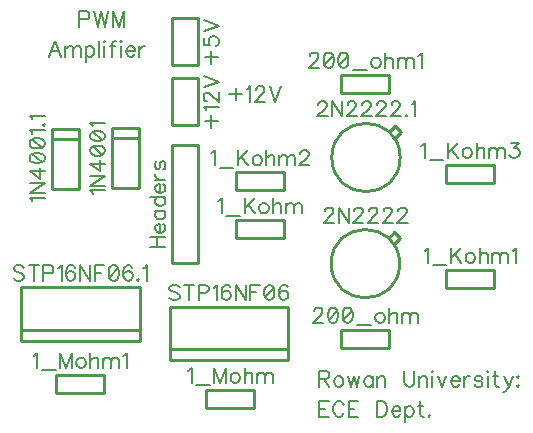
<source format=gbr>
G04 DipTrace 3.2.0.1*
G04 TopSilk.gbr*
%MOIN*%
G04 #@! TF.FileFunction,Legend,Top*
G04 #@! TF.Part,Single*
%ADD10C,0.009843*%
%ADD50C,0.00772*%
%FSLAX26Y26*%
G04*
G70*
G90*
G75*
G01*
G04 TopSilk*
%LPD*%
X1000394Y1454331D2*
D10*
Y1611811D1*
X1087008Y1454331D2*
Y1611811D1*
X1000394Y1454331D2*
X1087008D1*
X1000394Y1611811D2*
X1087008D1*
Y1811811D2*
Y1654331D1*
X1000394Y1811811D2*
Y1654331D1*
X1087008Y1811811D2*
X1000394D1*
X1087008Y1654331D2*
X1000394D1*
X1211435Y1138795D2*
Y1078795D1*
X1371735Y1138795D2*
X1211435D1*
X1371735D2*
Y1078795D1*
X1211435D1*
X2073851Y913701D2*
Y973701D1*
X1913551Y913701D2*
X2073851D1*
X1913551D2*
Y973701D1*
X2073851D1*
X1213460Y1298656D2*
Y1238656D1*
X1373760Y1298656D2*
X1213460D1*
X1373760D2*
Y1238656D1*
X1213460D1*
X2073851Y1263701D2*
Y1323701D1*
X1913551Y1263701D2*
X2073851D1*
X1913551D2*
Y1323701D1*
X2073851D1*
X1273851Y513701D2*
Y573701D1*
X1113551Y513701D2*
X1273851D1*
X1113551D2*
Y573701D1*
X1273851D1*
X773851Y563701D2*
Y623701D1*
X613551Y563701D2*
X773851D1*
X613551D2*
Y623701D1*
X773851D1*
X798425Y1445354D2*
X888976D1*
Y1244409D1*
X798425Y1411970D2*
X888976D1*
X798425Y1244409D2*
X888976D1*
X798425Y1445354D2*
Y1244409D1*
X597244Y1444173D2*
X687795D1*
Y1243228D1*
X597244Y1410789D2*
X687795D1*
X597244Y1243228D2*
X687795D1*
X597244Y1444173D2*
Y1243228D1*
X1563551Y773701D2*
Y713701D1*
X1723851Y773701D2*
X1563551D1*
X1723851D2*
Y713701D1*
X1563551D1*
Y1623701D2*
Y1563701D1*
X1723851Y1623701D2*
X1563551D1*
X1723851D2*
Y1563701D1*
X1563551D1*
X1720603Y1078478D2*
X1740292Y1098168D1*
Y1058787D2*
X1759980Y1078478D1*
X1740292Y1098168D1*
X1529705Y993654D2*
G02X1529705Y993654I113952J0D01*
G01*
X1722419Y1432271D2*
X1742108Y1451962D1*
Y1412581D2*
X1761797Y1432271D1*
X1742108Y1451962D1*
X1531521Y1347448D2*
G02X1531521Y1347448I113952J0D01*
G01*
X1086125Y1388461D2*
Y994760D1*
X999510Y1388461D2*
Y994760D1*
X1086125Y1388461D2*
X999510D1*
X1086125Y994760D2*
X999510D1*
X1385492Y672223D2*
X991791D1*
Y849388D1*
X1385492D1*
Y672223D1*
Y707656D2*
X991791D1*
X890551Y737402D2*
X496850D1*
Y914567D1*
X890551D1*
Y737402D1*
Y772835D2*
X496850D1*
X1107587Y1468018D2*
D50*
X1150642D1*
X1129142Y1446518D2*
Y1489573D1*
X1113584Y1505012D2*
X1111152Y1509821D1*
X1104022Y1517006D1*
X1154207D1*
X1115960Y1534877D2*
X1113584D1*
X1108775Y1537253D1*
X1106398Y1539630D1*
X1104022Y1544438D1*
Y1554000D1*
X1106398Y1558753D1*
X1108775Y1561130D1*
X1113584Y1563562D1*
X1118337D1*
X1123145Y1561130D1*
X1130275Y1556377D1*
X1154207Y1532445D1*
Y1565938D1*
X1103967Y1581377D2*
X1154207Y1600501D1*
X1103967Y1619624D1*
X1107587Y1681734D2*
X1150642D1*
X1129142Y1660234D2*
Y1703289D1*
X1104022Y1747413D2*
Y1723537D1*
X1125522Y1721160D1*
X1123145Y1723537D1*
X1120713Y1730722D1*
Y1737852D1*
X1123145Y1745037D1*
X1127898Y1749845D1*
X1135083Y1752222D1*
X1139837D1*
X1147022Y1749845D1*
X1151830Y1745037D1*
X1154207Y1737852D1*
Y1730722D1*
X1151830Y1723537D1*
X1149398Y1721160D1*
X1144645Y1718728D1*
X1103967Y1767661D2*
X1154207Y1786784D1*
X1103967Y1805908D1*
X1152480Y1202401D2*
X1157288Y1204833D1*
X1164473Y1211963D1*
Y1161778D1*
X1179912Y1153488D2*
X1225344D1*
X1240783Y1212018D2*
Y1161778D1*
X1274276Y1212018D2*
X1240783Y1178525D1*
X1252721Y1190519D2*
X1274276Y1161778D1*
X1301654Y1195272D2*
X1296901Y1192895D1*
X1292092Y1188087D1*
X1289716Y1180902D1*
Y1176148D1*
X1292092Y1168963D1*
X1296901Y1164210D1*
X1301654Y1161778D1*
X1308839D1*
X1313647Y1164210D1*
X1318401Y1168963D1*
X1320832Y1176148D1*
Y1180902D1*
X1318401Y1188087D1*
X1313647Y1192895D1*
X1308839Y1195272D1*
X1301654D1*
X1336272Y1212018D2*
Y1161778D1*
Y1185710D2*
X1343457Y1192895D1*
X1348265Y1195272D1*
X1355450D1*
X1360203Y1192895D1*
X1362580Y1185710D1*
Y1161778D1*
X1378019Y1195272D2*
Y1161778D1*
Y1185710D2*
X1385204Y1192895D1*
X1390013Y1195272D1*
X1397142D1*
X1401951Y1192895D1*
X1404327Y1185710D1*
Y1161778D1*
Y1185710D2*
X1411513Y1192895D1*
X1416321Y1195272D1*
X1423451D1*
X1428259Y1192895D1*
X1430691Y1185710D1*
Y1161778D1*
X1840879Y1037307D2*
X1845687Y1039739D1*
X1852872Y1046869D1*
Y996684D1*
X1868311Y988393D2*
X1913743D1*
X1929182Y1046924D2*
Y996684D1*
X1962676Y1046924D2*
X1929182Y1013431D1*
X1941120Y1025424D2*
X1962676Y996684D1*
X1990053Y1030177D2*
X1985300Y1027801D1*
X1980491Y1022992D1*
X1978115Y1015807D1*
Y1011054D1*
X1980491Y1003869D1*
X1985300Y999116D1*
X1990053Y996684D1*
X1997238D1*
X2002046Y999116D1*
X2006800Y1003869D1*
X2009232Y1011054D1*
Y1015807D1*
X2006800Y1022992D1*
X2002046Y1027801D1*
X1997238Y1030177D1*
X1990053D1*
X2024671Y1046924D2*
Y996684D1*
Y1020616D2*
X2031856Y1027801D1*
X2036664Y1030177D1*
X2043849D1*
X2048602Y1027801D1*
X2050979Y1020616D1*
Y996684D1*
X2066418Y1030177D2*
Y996684D1*
Y1020616D2*
X2073603Y1027801D1*
X2078412Y1030177D1*
X2085542D1*
X2090350Y1027801D1*
X2092727Y1020616D1*
Y996684D1*
Y1020616D2*
X2099912Y1027801D1*
X2104720Y1030177D1*
X2111850D1*
X2116658Y1027801D1*
X2119090Y1020616D1*
Y996684D1*
X2134529Y1037307D2*
X2139338Y1039739D1*
X2146523Y1046869D1*
Y996684D1*
X1130038Y1362262D2*
X1134847Y1364694D1*
X1142032Y1371824D1*
Y1321639D1*
X1157471Y1313349D2*
X1202902D1*
X1218342Y1371879D2*
Y1321639D1*
X1251835Y1371879D2*
X1218342Y1338386D1*
X1230280Y1350379D2*
X1251835Y1321639D1*
X1279213Y1355133D2*
X1274459Y1352756D1*
X1269651Y1347948D1*
X1267274Y1340762D1*
Y1336009D1*
X1269651Y1328824D1*
X1274459Y1324071D1*
X1279213Y1321639D1*
X1286398D1*
X1291206Y1324071D1*
X1295959Y1328824D1*
X1298391Y1336009D1*
Y1340762D1*
X1295959Y1347948D1*
X1291206Y1352756D1*
X1286398Y1355133D1*
X1279213D1*
X1313830Y1371879D2*
Y1321639D1*
Y1345571D2*
X1321015Y1352756D1*
X1325824Y1355133D1*
X1333009D1*
X1337762Y1352756D1*
X1340139Y1345571D1*
Y1321639D1*
X1355578Y1355133D2*
Y1321639D1*
Y1345571D2*
X1362763Y1352756D1*
X1367571Y1355133D1*
X1374701D1*
X1379510Y1352756D1*
X1381886Y1345571D1*
Y1321639D1*
Y1345571D2*
X1389071Y1352756D1*
X1393880Y1355133D1*
X1401009D1*
X1405818Y1352756D1*
X1408250Y1345571D1*
Y1321639D1*
X1426121Y1359886D2*
Y1362262D1*
X1428497Y1367071D1*
X1430874Y1369447D1*
X1435682Y1371824D1*
X1445244D1*
X1449997Y1369447D1*
X1452374Y1367071D1*
X1454806Y1362262D1*
Y1357509D1*
X1452374Y1352701D1*
X1447621Y1345571D1*
X1423689Y1321639D1*
X1457182D1*
X1830129Y1387307D2*
X1834937Y1389739D1*
X1842122Y1396869D1*
Y1346684D1*
X1857561Y1338393D2*
X1902993D1*
X1918432Y1396924D2*
Y1346684D1*
X1951926Y1396924D2*
X1918432Y1363431D1*
X1930370Y1375424D2*
X1951926Y1346684D1*
X1979303Y1380177D2*
X1974550Y1377801D1*
X1969741Y1372992D1*
X1967365Y1365807D1*
Y1361054D1*
X1969741Y1353869D1*
X1974550Y1349116D1*
X1979303Y1346684D1*
X1986488D1*
X1991297Y1349116D1*
X1996050Y1353869D1*
X1998482Y1361054D1*
Y1365807D1*
X1996050Y1372992D1*
X1991297Y1377801D1*
X1986488Y1380177D1*
X1979303D1*
X2013921Y1396924D2*
Y1346684D1*
Y1370616D2*
X2021106Y1377801D1*
X2025914Y1380177D1*
X2033099D1*
X2037853Y1377801D1*
X2040229Y1370616D1*
Y1346684D1*
X2055668Y1380177D2*
Y1346684D1*
Y1370616D2*
X2062853Y1377801D1*
X2067662Y1380177D1*
X2074792D1*
X2079600Y1377801D1*
X2081977Y1370616D1*
Y1346684D1*
Y1370616D2*
X2089162Y1377801D1*
X2093970Y1380177D1*
X2101100D1*
X2105908Y1377801D1*
X2108340Y1370616D1*
Y1346684D1*
X2128588Y1396869D2*
X2154841D1*
X2140526Y1377745D1*
X2147711D1*
X2152464Y1375369D1*
X2154841Y1372992D1*
X2157273Y1365807D1*
Y1361054D1*
X2154841Y1353869D1*
X2150088Y1349060D1*
X2142903Y1346684D1*
X2135718D1*
X2128588Y1349060D1*
X2126211Y1351492D1*
X2123780Y1356245D1*
X1052218Y637307D2*
X1057027Y639739D1*
X1064212Y646869D1*
Y596684D1*
X1079651Y588393D2*
X1125083D1*
X1178768Y596684D2*
Y646924D1*
X1159645Y596684D1*
X1140522Y646924D1*
Y596684D1*
X1206146Y630177D2*
X1201393Y627801D1*
X1196584Y622992D1*
X1194208Y615807D1*
Y611054D1*
X1196584Y603869D1*
X1201393Y599116D1*
X1206146Y596684D1*
X1213331D1*
X1218139Y599116D1*
X1222893Y603869D1*
X1225324Y611054D1*
Y615807D1*
X1222893Y622992D1*
X1218139Y627801D1*
X1213331Y630177D1*
X1206146D1*
X1240764Y646924D2*
Y596684D1*
Y620616D2*
X1247949Y627801D1*
X1252757Y630177D1*
X1259942D1*
X1264695Y627801D1*
X1267072Y620616D1*
Y596684D1*
X1282511Y630177D2*
Y596684D1*
Y620616D2*
X1289696Y627801D1*
X1294505Y630177D1*
X1301635D1*
X1306443Y627801D1*
X1308820Y620616D1*
Y596684D1*
Y620616D2*
X1316005Y627801D1*
X1320813Y630177D1*
X1327943D1*
X1332751Y627801D1*
X1335183Y620616D1*
Y596684D1*
X538502Y687307D2*
X543311Y689739D1*
X550496Y696869D1*
Y646684D1*
X565935Y638393D2*
X611366D1*
X665052Y646684D2*
Y696924D1*
X645929Y646684D1*
X626806Y696924D1*
Y646684D1*
X692430Y680177D2*
X687676Y677801D1*
X682868Y672992D1*
X680491Y665807D1*
Y661054D1*
X682868Y653869D1*
X687676Y649116D1*
X692430Y646684D1*
X699615D1*
X704423Y649116D1*
X709176Y653869D1*
X711608Y661054D1*
Y665807D1*
X709176Y672992D1*
X704423Y677801D1*
X699615Y680177D1*
X692430D1*
X727047Y696924D2*
Y646684D1*
Y670616D2*
X734232Y677801D1*
X739041Y680177D1*
X746226D1*
X750979Y677801D1*
X753356Y670616D1*
Y646684D1*
X768795Y680177D2*
Y646684D1*
Y670616D2*
X775980Y677801D1*
X780788Y680177D1*
X787918D1*
X792727Y677801D1*
X795103Y670616D1*
Y646684D1*
Y670616D2*
X802288Y677801D1*
X807097Y680177D1*
X814226D1*
X819035Y677801D1*
X821467Y670616D1*
Y646684D1*
X836906Y687307D2*
X841714Y689739D1*
X848900Y696869D1*
Y646684D1*
X734819Y1226115D2*
X732387Y1230924D1*
X725257Y1238109D1*
X775442D1*
X725202Y1287041D2*
X775442D1*
X725202Y1253548D1*
X775442D1*
Y1326412D2*
X725257D1*
X758696Y1302481D1*
X758695Y1338351D1*
X725257Y1368160D2*
X727634Y1360975D1*
X734819Y1356166D1*
X746757Y1353790D1*
X753942D1*
X765881Y1356166D1*
X773066Y1360975D1*
X775442Y1368160D1*
Y1372913D1*
X773066Y1380098D1*
X765881Y1384851D1*
X753942Y1387283D1*
X746757D1*
X734819Y1384851D1*
X727634Y1380098D1*
X725257Y1372913D1*
Y1368160D1*
X734819Y1384851D2*
X765881Y1356166D1*
X725257Y1417092D2*
X727634Y1409907D1*
X734819Y1405099D1*
X746757Y1402722D1*
X753942D1*
X765881Y1405099D1*
X773066Y1409907D1*
X775442Y1417092D1*
Y1421846D1*
X773066Y1429031D1*
X765881Y1433784D1*
X753942Y1436216D1*
X746757D1*
X734819Y1433784D1*
X727634Y1429031D1*
X725257Y1421846D1*
Y1417092D1*
X734819Y1433784D2*
X765881Y1405099D1*
X734819Y1451655D2*
X732387Y1456463D1*
X725257Y1463648D1*
X775442D1*
X533638Y1201094D2*
X531206Y1205903D1*
X524076Y1213088D1*
X574261D1*
X524021Y1262020D2*
X574261D1*
X524021Y1228527D1*
X574261D1*
Y1301391D2*
X524076D1*
X557514Y1277459D1*
Y1313329D1*
X524076Y1343139D2*
X526453Y1335954D1*
X533638Y1331145D1*
X545576Y1328769D1*
X552761D1*
X564699Y1331145D1*
X571884Y1335954D1*
X574261Y1343139D1*
Y1347892D1*
X571884Y1355077D1*
X564699Y1359830D1*
X552761Y1362262D1*
X545576D1*
X533638Y1359830D1*
X526453Y1355077D1*
X524076Y1347892D1*
Y1343139D1*
X533638Y1359830D2*
X564699Y1331145D1*
X524076Y1392071D2*
X526453Y1384886D1*
X533638Y1380078D1*
X545576Y1377701D1*
X552761D1*
X564699Y1380078D1*
X571884Y1384886D1*
X574261Y1392071D1*
Y1396824D1*
X571884Y1404009D1*
X564699Y1408763D1*
X552761Y1411194D1*
X545576D1*
X533638Y1408763D1*
X526453Y1404009D1*
X524076Y1396824D1*
Y1392071D1*
X533638Y1408763D2*
X564699Y1380078D1*
X533638Y1426634D2*
X531206Y1431442D1*
X524076Y1438627D1*
X574261D1*
X569453Y1456443D2*
X571884Y1454066D1*
X574261Y1456443D1*
X571884Y1458875D1*
X569453Y1456443D1*
X533638Y1474314D2*
X531206Y1479123D1*
X524076Y1486308D1*
X574261D1*
X1471811Y834930D2*
Y837307D1*
X1474187Y842115D1*
X1476564Y844492D1*
X1481372Y846869D1*
X1490934D1*
X1495687Y844492D1*
X1498064Y842115D1*
X1500496Y837307D1*
Y832554D1*
X1498064Y827745D1*
X1493311Y820616D1*
X1469379Y796684D1*
X1502872D1*
X1532681Y846869D2*
X1525496Y844492D1*
X1520688Y837307D1*
X1518311Y825369D1*
Y818184D1*
X1520688Y806245D1*
X1525496Y799060D1*
X1532681Y796684D1*
X1537435D1*
X1544620Y799060D1*
X1549373Y806245D1*
X1551805Y818184D1*
Y825369D1*
X1549373Y837307D1*
X1544620Y844492D1*
X1537435Y846869D1*
X1532681D1*
X1549373Y837307D2*
X1520688Y806245D1*
X1581614Y846869D2*
X1574429Y844492D1*
X1569621Y837307D1*
X1567244Y825369D1*
Y818184D1*
X1569621Y806245D1*
X1574429Y799060D1*
X1581614Y796684D1*
X1586367D1*
X1593552Y799060D1*
X1598305Y806245D1*
X1600737Y818184D1*
Y825369D1*
X1598305Y837307D1*
X1593552Y844492D1*
X1586367Y846869D1*
X1581614D1*
X1598305Y837307D2*
X1569621Y806245D1*
X1616177Y788393D2*
X1661608D1*
X1688986Y830177D2*
X1684232Y827801D1*
X1679424Y822992D1*
X1677047Y815807D1*
Y811054D1*
X1679424Y803869D1*
X1684232Y799116D1*
X1688986Y796684D1*
X1696171D1*
X1700979Y799116D1*
X1705732Y803869D1*
X1708164Y811054D1*
Y815807D1*
X1705732Y822992D1*
X1700979Y827801D1*
X1696171Y830177D1*
X1688986D1*
X1723603Y846924D2*
Y796684D1*
Y820616D2*
X1730788Y827801D1*
X1735597Y830177D1*
X1742782D1*
X1747535Y827801D1*
X1749912Y820616D1*
Y796684D1*
X1765351Y830177D2*
Y796684D1*
Y820616D2*
X1772536Y827801D1*
X1777344Y830177D1*
X1784474D1*
X1789283Y827801D1*
X1791659Y820616D1*
Y796684D1*
Y820616D2*
X1798844Y827801D1*
X1803653Y830177D1*
X1810782D1*
X1815591Y827801D1*
X1818023Y820616D1*
Y796684D1*
X1458094Y1684930D2*
Y1687307D1*
X1460471Y1692115D1*
X1462847Y1694492D1*
X1467656Y1696869D1*
X1477218D1*
X1481971Y1694492D1*
X1484347Y1692115D1*
X1486779Y1687307D1*
Y1682554D1*
X1484347Y1677745D1*
X1479594Y1670616D1*
X1455662Y1646684D1*
X1489156D1*
X1518965Y1696869D2*
X1511780Y1694492D1*
X1506972Y1687307D1*
X1504595Y1675369D1*
Y1668184D1*
X1506972Y1656245D1*
X1511780Y1649060D1*
X1518965Y1646684D1*
X1523718D1*
X1530903Y1649060D1*
X1535657Y1656245D1*
X1538088Y1668184D1*
Y1675369D1*
X1535657Y1687307D1*
X1530903Y1694492D1*
X1523718Y1696869D1*
X1518965D1*
X1535657Y1687307D2*
X1506972Y1656245D1*
X1567898Y1696869D2*
X1560713Y1694492D1*
X1555904Y1687307D1*
X1553528Y1675369D1*
Y1668184D1*
X1555904Y1656245D1*
X1560713Y1649060D1*
X1567898Y1646684D1*
X1572651D1*
X1579836Y1649060D1*
X1584589Y1656245D1*
X1587021Y1668184D1*
Y1675369D1*
X1584589Y1687307D1*
X1579836Y1694492D1*
X1572651Y1696869D1*
X1567898D1*
X1584589Y1687307D2*
X1555904Y1656245D1*
X1602460Y1638393D2*
X1647892D1*
X1675269Y1680177D2*
X1670516Y1677801D1*
X1665708Y1672992D1*
X1663331Y1665807D1*
Y1661054D1*
X1665708Y1653869D1*
X1670516Y1649116D1*
X1675269Y1646684D1*
X1682454D1*
X1687263Y1649116D1*
X1692016Y1653869D1*
X1694448Y1661054D1*
Y1665807D1*
X1692016Y1672992D1*
X1687263Y1677801D1*
X1682454Y1680177D1*
X1675269D1*
X1709887Y1696924D2*
Y1646684D1*
Y1670616D2*
X1717072Y1677801D1*
X1721880Y1680177D1*
X1729066D1*
X1733819Y1677801D1*
X1736195Y1670616D1*
Y1646684D1*
X1751635Y1680177D2*
Y1646684D1*
Y1670616D2*
X1758820Y1677801D1*
X1763628Y1680177D1*
X1770758D1*
X1775566Y1677801D1*
X1777943Y1670616D1*
Y1646684D1*
Y1670616D2*
X1785128Y1677801D1*
X1789936Y1680177D1*
X1797066D1*
X1801875Y1677801D1*
X1804306Y1670616D1*
Y1646684D1*
X1819746Y1687307D2*
X1824554Y1689739D1*
X1831739Y1696869D1*
Y1646684D1*
X1508196Y1168833D2*
Y1171209D1*
X1510573Y1176018D1*
X1512949Y1178394D1*
X1517758Y1180771D1*
X1527320D1*
X1532073Y1178394D1*
X1534449Y1176018D1*
X1536881Y1171209D1*
Y1166456D1*
X1534449Y1161648D1*
X1529696Y1154518D1*
X1505764Y1130586D1*
X1539258D1*
X1588190Y1180826D2*
Y1130586D1*
X1554697Y1180826D1*
Y1130586D1*
X1606061Y1168833D2*
Y1171209D1*
X1608438Y1176018D1*
X1610815Y1178394D1*
X1615623Y1180771D1*
X1625185D1*
X1629938Y1178394D1*
X1632314Y1176018D1*
X1634746Y1171209D1*
Y1166456D1*
X1632314Y1161648D1*
X1627561Y1154518D1*
X1603630Y1130586D1*
X1637123D1*
X1654994Y1168833D2*
Y1171209D1*
X1657371Y1176018D1*
X1659747Y1178394D1*
X1664556Y1180771D1*
X1674117D1*
X1678870Y1178394D1*
X1681247Y1176018D1*
X1683679Y1171209D1*
Y1166456D1*
X1681247Y1161648D1*
X1676494Y1154518D1*
X1652562Y1130586D1*
X1686055D1*
X1703927Y1168833D2*
Y1171209D1*
X1706303Y1176018D1*
X1708680Y1178394D1*
X1713488Y1180771D1*
X1723050D1*
X1727803Y1178394D1*
X1730180Y1176018D1*
X1732611Y1171209D1*
Y1166456D1*
X1730180Y1161648D1*
X1725426Y1154518D1*
X1701495Y1130586D1*
X1734988D1*
X1752859Y1168833D2*
Y1171209D1*
X1755236Y1176018D1*
X1757612Y1178394D1*
X1762421Y1180771D1*
X1771982D1*
X1776736Y1178394D1*
X1779112Y1176018D1*
X1781544Y1171209D1*
Y1166456D1*
X1779112Y1161648D1*
X1774359Y1154518D1*
X1750427Y1130586D1*
X1783921D1*
X1486172Y1522627D2*
Y1525003D1*
X1488549Y1529812D1*
X1490925Y1532188D1*
X1495734Y1534565D1*
X1505296D1*
X1510049Y1532188D1*
X1512425Y1529812D1*
X1514857Y1525003D1*
Y1520250D1*
X1512425Y1515442D1*
X1507672Y1508312D1*
X1483740Y1484380D1*
X1517234D1*
X1566166Y1534620D2*
Y1484380D1*
X1532673Y1534620D1*
Y1484380D1*
X1584037Y1522627D2*
Y1525003D1*
X1586414Y1529812D1*
X1588791Y1532188D1*
X1593599Y1534565D1*
X1603161D1*
X1607914Y1532188D1*
X1610291Y1529812D1*
X1612722Y1525003D1*
Y1520250D1*
X1610291Y1515442D1*
X1605537Y1508312D1*
X1581606Y1484380D1*
X1615099D1*
X1632970Y1522627D2*
Y1525003D1*
X1635347Y1529812D1*
X1637723Y1532188D1*
X1642532Y1534565D1*
X1652093D1*
X1656846Y1532188D1*
X1659223Y1529812D1*
X1661655Y1525003D1*
Y1520250D1*
X1659223Y1515442D1*
X1654470Y1508312D1*
X1630538Y1484380D1*
X1664032D1*
X1681903Y1522627D2*
Y1525003D1*
X1684279Y1529812D1*
X1686656Y1532188D1*
X1691464Y1534565D1*
X1701026D1*
X1705779Y1532188D1*
X1708156Y1529812D1*
X1710588Y1525003D1*
Y1520250D1*
X1708156Y1515442D1*
X1703402Y1508312D1*
X1679471Y1484380D1*
X1712964D1*
X1730835Y1522627D2*
Y1525003D1*
X1733212Y1529812D1*
X1735588Y1532188D1*
X1740397Y1534565D1*
X1749958D1*
X1754712Y1532188D1*
X1757088Y1529812D1*
X1759520Y1525003D1*
Y1520250D1*
X1757088Y1515442D1*
X1752335Y1508312D1*
X1728403Y1484380D1*
X1761897D1*
X1779713Y1489189D2*
X1777336Y1486757D1*
X1779713Y1484380D1*
X1782144Y1486757D1*
X1779713Y1489189D1*
X1797584Y1525003D2*
X1802392Y1527435D1*
X1809577Y1534565D1*
Y1484380D1*
X926287Y1048433D2*
X976527D1*
X926287Y1081926D2*
X976527D1*
X950219Y1048433D2*
Y1081926D1*
X957404Y1097365D2*
Y1126050D1*
X952596D1*
X947787Y1123674D1*
X945411Y1121297D1*
X943034Y1116489D1*
Y1109303D1*
X945411Y1104550D1*
X950219Y1099742D1*
X957404Y1097365D1*
X962157D1*
X969342Y1099742D1*
X974096Y1104550D1*
X976527Y1109303D1*
Y1116488D1*
X974096Y1121297D1*
X969342Y1126050D1*
X943034Y1170174D2*
X976527D1*
X950219D2*
X945411Y1165421D1*
X943034Y1160613D1*
Y1153483D1*
X945411Y1148674D1*
X950219Y1143921D1*
X957404Y1141489D1*
X962157D1*
X969342Y1143921D1*
X974096Y1148674D1*
X976527Y1153483D1*
Y1160613D1*
X974096Y1165421D1*
X969342Y1170174D1*
X926287Y1214298D2*
X976527D1*
X950219D2*
X945411Y1209545D1*
X943034Y1204737D1*
Y1197552D1*
X945411Y1192799D1*
X950219Y1187990D1*
X957404Y1185614D1*
X962157Y1185613D1*
X969342Y1187990D1*
X974096Y1192799D1*
X976527Y1197552D1*
Y1204737D1*
X974096Y1209545D1*
X969342Y1214298D1*
X957404Y1229738D2*
Y1258423D1*
X952596D1*
X947787Y1256046D1*
X945411Y1253669D1*
X943034Y1248861D1*
Y1241676D1*
X945411Y1236923D1*
X950219Y1232114D1*
X957404Y1229738D1*
X962157D1*
X969342Y1232114D1*
X974096Y1236923D1*
X976527Y1241676D1*
Y1248861D1*
X974096Y1253669D1*
X969342Y1258423D1*
X943034Y1273862D2*
X976527D1*
X957404D2*
X950219Y1276294D1*
X945411Y1281047D1*
X943034Y1285855D1*
Y1293040D1*
X950219Y1334788D2*
X945411Y1332411D1*
X943034Y1325226D1*
Y1318041D1*
X945411Y1310856D1*
X950219Y1308480D1*
X954972Y1310856D1*
X957404Y1315665D1*
X959781Y1327603D1*
X962157Y1332411D1*
X966966Y1334788D1*
X969342D1*
X974096Y1332411D1*
X976527Y1325226D1*
Y1318041D1*
X974096Y1310856D1*
X969342Y1308480D1*
X1024028Y915426D2*
X1019275Y920235D1*
X1012090Y922612D1*
X1002528D1*
X995343Y920235D1*
X990535Y915426D1*
Y910673D1*
X992967Y905865D1*
X995343Y903488D1*
X1000096Y901112D1*
X1014467Y896303D1*
X1019275Y893927D1*
X1021652Y891495D1*
X1024028Y886742D1*
Y879557D1*
X1019275Y874803D1*
X1012090Y872372D1*
X1002528D1*
X995343Y874803D1*
X990535Y879557D1*
X1056214Y922612D2*
Y872372D1*
X1039467Y922612D2*
X1072961D1*
X1088400Y896303D2*
X1109955D1*
X1117085Y898680D1*
X1119517Y901112D1*
X1121893Y905865D1*
Y913050D1*
X1119517Y917803D1*
X1117085Y920235D1*
X1109955Y922612D1*
X1088400D1*
Y872372D1*
X1137333Y912995D2*
X1142141Y915426D1*
X1149326Y922556D1*
Y872372D1*
X1193450Y915426D2*
X1191074Y920180D1*
X1183889Y922556D1*
X1179135D1*
X1171950Y920180D1*
X1167142Y912995D1*
X1164765Y901056D1*
Y889118D1*
X1167142Y879557D1*
X1171950Y874748D1*
X1179135Y872372D1*
X1181512D1*
X1188642Y874748D1*
X1193450Y879557D1*
X1195827Y886742D1*
Y889118D1*
X1193450Y896303D1*
X1188642Y901056D1*
X1181512Y903433D1*
X1179135D1*
X1171950Y901056D1*
X1167142Y896303D1*
X1164765Y889118D1*
X1244759Y922612D2*
Y872372D1*
X1211266Y922612D1*
Y872372D1*
X1291315Y922612D2*
X1260199D1*
Y872372D1*
Y898680D2*
X1279322D1*
X1321125Y922556D2*
X1313940Y920180D1*
X1309131Y912995D1*
X1306755Y901056D1*
Y893871D1*
X1309131Y881933D1*
X1313940Y874748D1*
X1321125Y872372D1*
X1325878D1*
X1333063Y874748D1*
X1337816Y881933D1*
X1340248Y893871D1*
Y901056D1*
X1337816Y912995D1*
X1333063Y920180D1*
X1325878Y922556D1*
X1321125D1*
X1337816Y912995D2*
X1309131Y881933D1*
X1384372Y915426D2*
X1381995Y920180D1*
X1374810Y922556D1*
X1370057D1*
X1362872Y920180D1*
X1358064Y912995D1*
X1355687Y901056D1*
Y889118D1*
X1358064Y879557D1*
X1362872Y874748D1*
X1370057Y872372D1*
X1372434D1*
X1379564Y874748D1*
X1384372Y879557D1*
X1386749Y886742D1*
Y889118D1*
X1384372Y896303D1*
X1379564Y901056D1*
X1372434Y903433D1*
X1370057D1*
X1362872Y901056D1*
X1358064Y896303D1*
X1355687Y889118D1*
X505247Y980605D2*
X500494Y985413D1*
X493309Y987790D1*
X483747D1*
X476562Y985413D1*
X471754Y980605D1*
Y975852D1*
X474186Y971043D1*
X476562Y968667D1*
X481315Y966290D1*
X495685Y961482D1*
X500494Y959105D1*
X502870Y956673D1*
X505247Y951920D1*
Y944735D1*
X500494Y939982D1*
X493309Y937550D1*
X483747D1*
X476562Y939982D1*
X471754Y944735D1*
X537433Y987790D2*
Y937550D1*
X520686Y987790D2*
X554180D1*
X569619Y961482D2*
X591174D1*
X598304Y963858D1*
X600736Y966290D1*
X603112Y971043D1*
Y978228D1*
X600736Y982982D1*
X598304Y985413D1*
X591174Y987790D1*
X569619D1*
Y937550D1*
X618551Y978173D2*
X623360Y980605D1*
X630545Y987735D1*
Y937550D1*
X674669Y980605D2*
X672292Y985358D1*
X665107Y987735D1*
X660354D1*
X653169Y985358D1*
X648361Y978173D1*
X645984Y966235D1*
Y954297D1*
X648361Y944735D1*
X653169Y939927D1*
X660354Y937550D1*
X662731D1*
X669861Y939927D1*
X674669Y944735D1*
X677046Y951920D1*
Y954297D1*
X674669Y961482D1*
X669861Y966235D1*
X662731Y968611D1*
X660354D1*
X653169Y966235D1*
X648361Y961482D1*
X645984Y954297D1*
X725978Y987790D2*
Y937550D1*
X692485Y987790D1*
Y937550D1*
X772534Y987790D2*
X741417D1*
Y937550D1*
Y963858D2*
X760541D1*
X802344Y987735D2*
X795158Y985358D1*
X790350Y978173D1*
X787973Y966235D1*
Y959050D1*
X790350Y947112D1*
X795158Y939927D1*
X802344Y937550D1*
X807097D1*
X814282Y939927D1*
X819035Y947112D1*
X821467Y959050D1*
Y966235D1*
X819035Y978173D1*
X814282Y985358D1*
X807097Y987735D1*
X802344D1*
X819035Y978173D2*
X790350Y947112D1*
X865591Y980605D2*
X863214Y985358D1*
X856029Y987735D1*
X851276D1*
X844091Y985358D1*
X839283Y978173D1*
X836906Y966235D1*
Y954297D1*
X839283Y944735D1*
X844091Y939927D1*
X851276Y937550D1*
X853653D1*
X860782Y939927D1*
X865591Y944735D1*
X867967Y951920D1*
Y954297D1*
X865591Y961482D1*
X860782Y966235D1*
X853653Y968611D1*
X851276D1*
X844091Y966235D1*
X839283Y961482D1*
X836906Y954297D1*
X885783Y942358D2*
X883407Y939927D1*
X885783Y937550D1*
X888215Y939927D1*
X885783Y942358D1*
X903654Y978173D2*
X908463Y980605D1*
X915648Y987735D1*
Y937550D1*
X689841Y1808153D2*
X711397D1*
X718526Y1810530D1*
X720958Y1812961D1*
X723335Y1817715D1*
Y1824900D1*
X720958Y1829653D1*
X718526Y1832085D1*
X711397Y1834461D1*
X689841D1*
Y1784221D1*
X738774Y1834461D2*
X750768Y1784221D1*
X762706Y1834461D1*
X774644Y1784221D1*
X786637Y1834461D1*
X840323Y1784221D2*
Y1834461D1*
X821200Y1784221D1*
X802077Y1834461D1*
Y1784221D1*
X628143Y1684221D2*
X608965Y1734461D1*
X589841Y1684221D1*
X597026Y1700968D2*
X620958D1*
X643582Y1717715D2*
Y1684221D1*
Y1708153D2*
X650768Y1715338D1*
X655576Y1717715D1*
X662706D1*
X667514Y1715338D1*
X669891Y1708153D1*
Y1684221D1*
Y1708153D2*
X677076Y1715338D1*
X681884Y1717715D1*
X689014D1*
X693822Y1715338D1*
X696254Y1708153D1*
Y1684221D1*
X711694Y1717715D2*
Y1667475D1*
Y1710530D2*
X716502Y1715283D1*
X721255Y1717715D1*
X728440D1*
X733249Y1715283D1*
X738002Y1710530D1*
X740434Y1703345D1*
Y1698536D1*
X738002Y1691406D1*
X733249Y1686598D1*
X728440Y1684221D1*
X721255D1*
X716502Y1686598D1*
X711694Y1691406D1*
X755873Y1734461D2*
Y1684221D1*
X771312Y1734461D2*
X773689Y1732085D1*
X776121Y1734461D1*
X773689Y1736893D1*
X771312Y1734461D1*
X773689Y1717715D2*
Y1684221D1*
X810683Y1734461D2*
X805930D1*
X801122Y1732085D1*
X798745Y1724900D1*
Y1684221D1*
X791560Y1717715D2*
X808307D1*
X826122Y1734461D2*
X828499Y1732085D1*
X830931Y1734461D1*
X828499Y1736893D1*
X826122Y1734461D1*
X828499Y1717715D2*
Y1684221D1*
X846370Y1703345D2*
X875055D1*
Y1708153D1*
X872678Y1712961D1*
X870302Y1715338D1*
X865493Y1717715D1*
X858308D1*
X853555Y1715338D1*
X848747Y1710530D1*
X846370Y1703345D1*
Y1698591D1*
X848747Y1691406D1*
X853555Y1686653D1*
X858308Y1684221D1*
X865493D1*
X870302Y1686653D1*
X875055Y1691406D1*
X890494Y1717715D2*
Y1684221D1*
Y1703345D2*
X892926Y1710530D1*
X897679Y1715338D1*
X902488Y1717715D1*
X909673D1*
X1489841Y610530D2*
X1511341D1*
X1518526Y612961D1*
X1520958Y615338D1*
X1523335Y620091D1*
Y624900D1*
X1520958Y629653D1*
X1518526Y632085D1*
X1511341Y634461D1*
X1489841D1*
Y584221D1*
X1506588Y610530D2*
X1523335Y584221D1*
X1550712Y617715D2*
X1545959Y615338D1*
X1541151Y610530D1*
X1538774Y603345D1*
Y598591D1*
X1541151Y591406D1*
X1545959Y586653D1*
X1550712Y584221D1*
X1557897D1*
X1562706Y586653D1*
X1567459Y591406D1*
X1569891Y598591D1*
Y603345D1*
X1567459Y610530D1*
X1562706Y615338D1*
X1557897Y617715D1*
X1550712D1*
X1585330D2*
X1594892Y584221D1*
X1604453Y617715D1*
X1614015Y584221D1*
X1623577Y617715D1*
X1667701D2*
Y584221D1*
Y610530D2*
X1662947Y615338D1*
X1658139Y617715D1*
X1651009D1*
X1646201Y615338D1*
X1641448Y610530D1*
X1639016Y603345D1*
Y598591D1*
X1641448Y591406D1*
X1646201Y586653D1*
X1651009Y584221D1*
X1658139D1*
X1662947Y586653D1*
X1667701Y591406D1*
X1683140Y617715D2*
Y584221D1*
Y608153D2*
X1690325Y615338D1*
X1695133Y617715D1*
X1702263D1*
X1707072Y615338D1*
X1709448Y608153D1*
Y584221D1*
X1773488Y634461D2*
Y598591D1*
X1775865Y591406D1*
X1780673Y586653D1*
X1787859Y584221D1*
X1792612D1*
X1799797Y586653D1*
X1804605Y591406D1*
X1806982Y598591D1*
Y634461D1*
X1822421Y617715D2*
Y584221D1*
Y608153D2*
X1829606Y615338D1*
X1834414Y617715D1*
X1841544D1*
X1846353Y615338D1*
X1848729Y608153D1*
Y584221D1*
X1864169Y634461D2*
X1866545Y632085D1*
X1868977Y634461D1*
X1866545Y636893D1*
X1864169Y634461D1*
X1866545Y617715D2*
Y584221D1*
X1884416Y617715D2*
X1898786Y584221D1*
X1913101Y617715D1*
X1928540Y603345D2*
X1957225D1*
Y608153D1*
X1954849Y612961D1*
X1952472Y615338D1*
X1947664Y617715D1*
X1940479D1*
X1935725Y615338D1*
X1930917Y610530D1*
X1928540Y603345D1*
Y598591D1*
X1930917Y591406D1*
X1935725Y586653D1*
X1940479Y584221D1*
X1947664D1*
X1952472Y586653D1*
X1957225Y591406D1*
X1972665Y617715D2*
Y584221D1*
Y603345D2*
X1975096Y610530D1*
X1979850Y615338D1*
X1984658Y617715D1*
X1991843D1*
X2033591Y610530D2*
X2031214Y615338D1*
X2024029Y617715D1*
X2016844D1*
X2009659Y615338D1*
X2007282Y610530D1*
X2009659Y605776D1*
X2014467Y603345D1*
X2026406Y600968D1*
X2031214Y598591D1*
X2033591Y593783D1*
Y591406D1*
X2031214Y586653D1*
X2024029Y584221D1*
X2016844D1*
X2009659Y586653D1*
X2007282Y591406D1*
X2049030Y634461D2*
X2051406Y632085D1*
X2053838Y634461D1*
X2051406Y636893D1*
X2049030Y634461D1*
X2051406Y617715D2*
Y584221D1*
X2076463Y634461D2*
Y593783D1*
X2078839Y586653D1*
X2083648Y584221D1*
X2088401D1*
X2069278Y617715D2*
X2086024D1*
X2106272D2*
X2120587Y584221D1*
X2115834Y574660D1*
X2111025Y569851D1*
X2106272Y567475D1*
X2103840D1*
X2134957Y617715D2*
X2120587Y584221D1*
X2152828Y617715D2*
X2150396Y615283D1*
X2152828Y612906D1*
X2155204Y615283D1*
X2152828Y617715D1*
Y589030D2*
X2150396Y586598D1*
X2152828Y584221D1*
X2155204Y586598D1*
X2152828Y589030D1*
X1520903Y534461D2*
X1489841D1*
Y484221D1*
X1520903D1*
X1489841Y510530D2*
X1508965D1*
X1572212Y522523D2*
X1569836Y527276D1*
X1565027Y532085D1*
X1560274Y534461D1*
X1550712D1*
X1545904Y532085D1*
X1541151Y527276D1*
X1538719Y522523D1*
X1536342Y515338D1*
Y503345D1*
X1538719Y496215D1*
X1541151Y491406D1*
X1545904Y486653D1*
X1550712Y484221D1*
X1560274D1*
X1565027Y486653D1*
X1569836Y491406D1*
X1572212Y496215D1*
X1618713Y534461D2*
X1587651D1*
Y484221D1*
X1618713D1*
X1587651Y510530D2*
X1606775D1*
X1682753Y534461D2*
Y484221D1*
X1699500D1*
X1706685Y486653D1*
X1711493Y491406D1*
X1713870Y496215D1*
X1716246Y503345D1*
Y515338D1*
X1713870Y522523D1*
X1711493Y527276D1*
X1706685Y532085D1*
X1699500Y534461D1*
X1682753D1*
X1731686Y503345D2*
X1760371D1*
Y508153D1*
X1757994Y512961D1*
X1755617Y515338D1*
X1750809Y517715D1*
X1743624D1*
X1738871Y515338D1*
X1734062Y510530D1*
X1731686Y503345D1*
Y498591D1*
X1734062Y491406D1*
X1738871Y486653D1*
X1743624Y484221D1*
X1750809D1*
X1755617Y486653D1*
X1760371Y491406D1*
X1775810Y517715D2*
Y467475D1*
Y510530D2*
X1780618Y515283D1*
X1785371Y517715D1*
X1792556D1*
X1797365Y515283D1*
X1802118Y510530D1*
X1804550Y503345D1*
Y498536D1*
X1802118Y491406D1*
X1797365Y486598D1*
X1792556Y484221D1*
X1785371D1*
X1780618Y486598D1*
X1775810Y491406D1*
X1827174Y534461D2*
Y493783D1*
X1829551Y486653D1*
X1834359Y484221D1*
X1839112D1*
X1819989Y517715D2*
X1836736D1*
X1856928Y489030D2*
X1854552Y486598D1*
X1856928Y484221D1*
X1859360Y486598D1*
X1856928Y489030D1*
X1211341Y1580841D2*
Y1537786D1*
X1189841Y1559286D2*
X1232896D1*
X1248336Y1574844D2*
X1253144Y1577276D1*
X1260329Y1584406D1*
Y1534221D1*
X1278200Y1572468D2*
Y1574844D1*
X1280577Y1579653D1*
X1282953Y1582029D1*
X1287762Y1584406D1*
X1297324D1*
X1302077Y1582029D1*
X1304453Y1579653D1*
X1306885Y1574844D1*
Y1570091D1*
X1304453Y1565283D1*
X1299700Y1558153D1*
X1275768Y1534221D1*
X1309262D1*
X1324701Y1584461D2*
X1343824Y1534221D1*
X1362947Y1584461D1*
M02*

</source>
